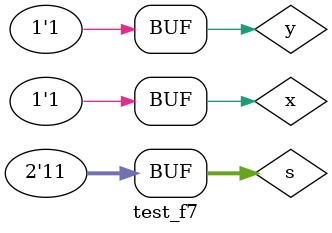
<source format=v>
module mux ( output result, input a, input b, input [1:0] select );
// definir dados locais

wire or_result;
wire nor_result;
wire xor_result;
wire xnor_result;

// descrever por portas

or OR (or_result, a, b);          // OR
nor NOR (nor_result, a, b);        // NOR
xor XOR (xor_result, a, b);        // XOR
xnor XNOR (xnor_result, a, b);      // XNOR

assign result = (select == 2'b00) ? or_result :
                (select == 2'b01) ? nor_result :
                (select == 2'b10) ? xor_result :
                xnor_result;   // Sel == 2'b11


endmodule // mux
module test_f7;
// ------------------------- definir dados
reg x;
reg y;
reg [1:0] s;
wire saida;


mux MUX1 ( saida, x, y, s );
// ------------------------- parte principal
initial
begin : main
$display("Guia_0704");
$display("Test LU's module");
$display("   x	y    s  saida");

// projetar testes do modulo
$monitor("%4b %4b %4b | %4b", x, y, s, saida);

x = 1'b0; y = 1'b0; s = 2'b00;
#1 x = 1'b0; y = 1'b0; s = 2'b01;
#1 x = 1'b0; y = 1'b0; s = 2'b10;
#1 x = 1'b0; y = 1'b0; s = 2'b11;
#1 x = 1'b0; y = 1'b1; s = 2'b00;
#1 x = 1'b0; y = 1'b1; s = 2'b01;
#1 x = 1'b0; y = 1'b1; s = 2'b10;
#1 x = 1'b0; y = 1'b1; s = 2'b11;
#1 x = 1'b1; y = 1'b0; s = 2'b00;
#1 x = 1'b1; y = 1'b0; s = 2'b01;
#1 x = 1'b1; y = 1'b0; s = 2'b10;
#1 x = 1'b1; y = 1'b0; s = 2'b11;
#1 x = 1'b1; y = 1'b1; s = 2'b00;
#1 x = 1'b1; y = 1'b1; s = 2'b01;
#1 x = 1'b1; y = 1'b1; s = 2'b10;
#1 x = 1'b1; y = 1'b1; s = 2'b11; 
end
endmodule // test_f7

/*
Guia_0704
Test LU's module
   x    y    s  saida
   0    0   00 |    0
   0    0   01 |    1
   0    0   10 |    0
   0    0   11 |    1
   0    1   00 |    1
   0    1   01 |    0
   0    1   10 |    1
   0    1   11 |    0
   1    0   00 |    1
   1    0   01 |    0
   1    0   10 |    1
   1    0   11 |    0
   1    1   00 |    1
   1    1   01 |    0
   1    1   10 |    0
   1    1   11 |    1
*/
</source>
